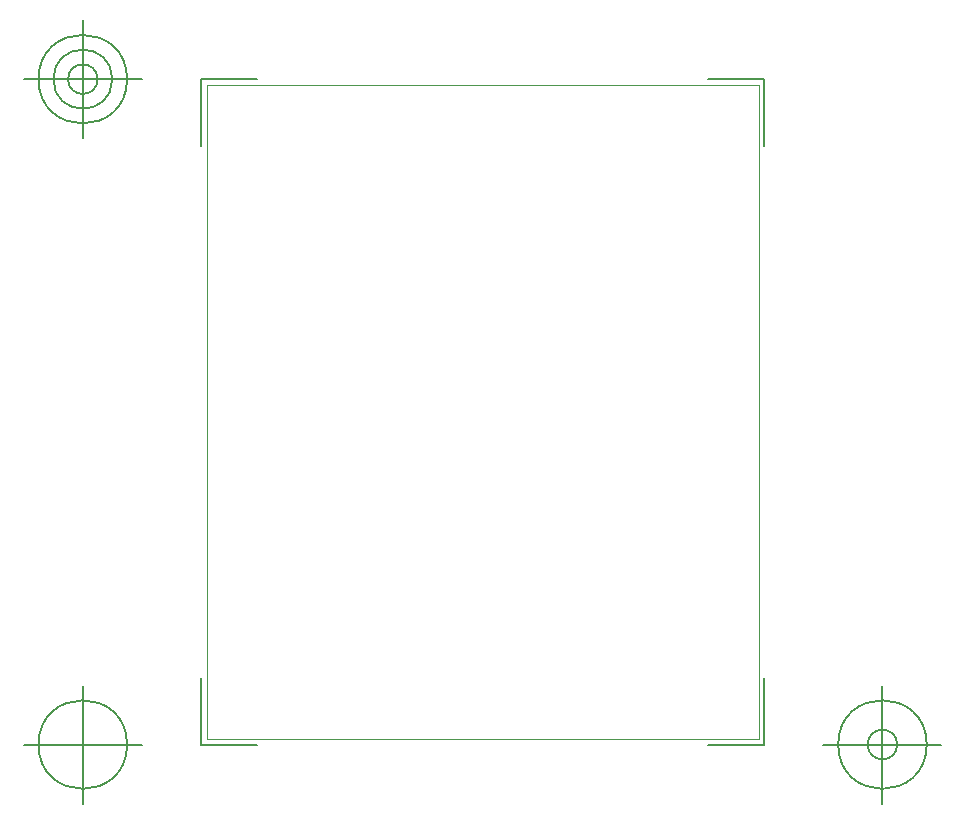
<source format=gbr>
G04 Generated by Ultiboard 14.0 *
%FSLAX34Y34*%
%MOMM*%

%ADD11C,0.0010*%
%ADD12C,0.1270*%


G04 ColorRGB 00FFFF for the following layer *
%LNBoard Outline*%
%LPD*%
G54D10*
G54D11*
X-228607Y-284480D02*
X238760Y-284480D01*
X238760Y269240D01*
X-228607Y269240D01*
X-228607Y-284480D01*
G54D12*
X-233433Y-289306D02*
X-233433Y-232969D01*
X-233433Y-289306D02*
X-185731Y-289306D01*
X243586Y-289306D02*
X195884Y-289306D01*
X243586Y-289306D02*
X243586Y-232969D01*
X243586Y274066D02*
X243586Y217729D01*
X243586Y274066D02*
X195884Y274066D01*
X-233433Y274066D02*
X-185731Y274066D01*
X-233433Y274066D02*
X-233433Y217729D01*
X-283433Y-289306D02*
X-383433Y-289306D01*
X-333433Y-339306D02*
X-333433Y-239306D01*
X-370933Y-289306D02*
G75*
D01*
G02X-370933Y-289306I37500J0*
G01*
X293586Y-289306D02*
X393586Y-289306D01*
X343586Y-339306D02*
X343586Y-239306D01*
X306086Y-289306D02*
G75*
D01*
G02X306086Y-289306I37500J0*
G01*
X331086Y-289306D02*
G75*
D01*
G02X331086Y-289306I12500J0*
G01*
X-283433Y274066D02*
X-383433Y274066D01*
X-333433Y224066D02*
X-333433Y324066D01*
X-370933Y274066D02*
G75*
D01*
G02X-370933Y274066I37500J0*
G01*
X-358433Y274066D02*
G75*
D01*
G02X-358433Y274066I25000J0*
G01*
X-345933Y274066D02*
G75*
D01*
G02X-345933Y274066I12500J0*
G01*

M02*

</source>
